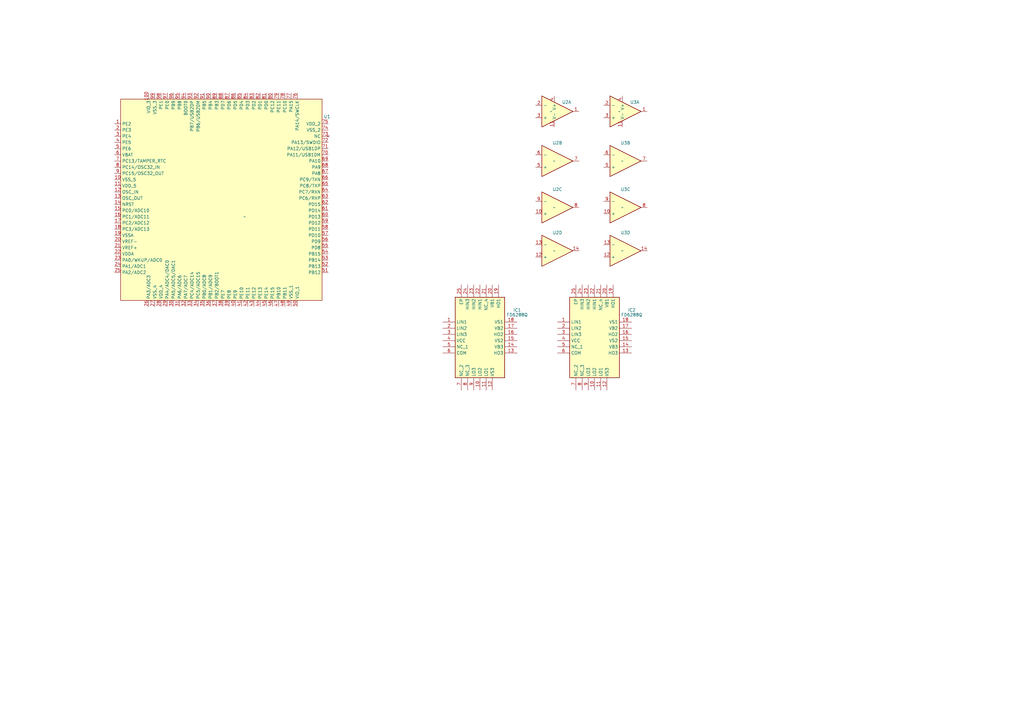
<source format=kicad_sch>
(kicad_sch (version 20230121) (generator eeschema)
  (paper "A3")
  (lib_symbols
    (symbol "ErBW_s:CH32V307VCT6"
      (property "Reference" "U" (at -36.83 43.18 0))
      (symbol "CH32V307VCT6_0_0"
        (pin bidirectional line (at -40.64 8.89 0) (length 2.54) (name "VSS_5") (number "10"))
        (pin bidirectional line (at -26.67 44.45 270) (length 2.54) (name "VIO_3") (number "100"))
        (pin bidirectional line (at -40.64 6.35 0) (length 2.54) (name "VDD_5") (number "11"))
        (pin bidirectional line (at -40.64 3.81 0) (length 2.54) (name "OSC_IN") (number "12"))
        (pin bidirectional line (at -40.64 1.27 0) (length 2.54) (name "OSC_OUT") (number "13"))
        (pin bidirectional line (at -40.64 -1.27 0) (length 2.54) (name "NRST") (number "14"))
        (pin bidirectional line (at -40.64 -3.81 0) (length 2.54) (name "PC0/ADC10") (number "15"))
        (pin power_in line (at -40.64 -6.35 0) (length 2.54) (name "PC1/ADC11") (number "16"))
        (pin power_in line (at -40.64 -8.89 0) (length 2.54) (name "PC2/ADC12") (number "17"))
        (pin bidirectional line (at -40.64 -11.43 0) (length 2.54) (name "PC3/ADC13") (number "18"))
        (pin bidirectional line (at -40.64 -13.97 0) (length 2.54) (name "VSSA") (number "19"))
        (pin bidirectional line (at -40.64 29.21 0) (length 2.54) (name "PE3") (number "2"))
        (pin bidirectional line (at -40.64 -16.51 0) (length 2.54) (name "VREF-") (number "20"))
        (pin bidirectional line (at -40.64 -19.05 0) (length 2.54) (name "VREF+") (number "21"))
        (pin bidirectional line (at -40.64 -21.59 0) (length 2.54) (name "VDDA") (number "22"))
        (pin bidirectional line (at -40.64 -24.13 0) (length 2.54) (name "PA0/WKUP/ADC0") (number "23"))
        (pin bidirectional line (at -40.64 -26.67 0) (length 2.54) (name "PA1/ADC1") (number "24"))
        (pin bidirectional line (at -40.64 -29.21 0) (length 2.54) (name "PA2/ADC2") (number "25"))
        (pin bidirectional line (at -26.67 -43.18 90) (length 2.54) (name "PA3/ADC3") (number "26"))
        (pin bidirectional line (at -24.13 -43.18 90) (length 2.54) (name "VSS_4") (number "27"))
        (pin bidirectional line (at -21.59 -43.18 90) (length 2.54) (name "VDD_4") (number "28"))
        (pin bidirectional line (at -19.05 -43.18 90) (length 2.54) (name "PA4/ADC4/DAC0") (number "29"))
        (pin bidirectional line (at -40.64 26.67 0) (length 2.54) (name "PE4") (number "3"))
        (pin bidirectional line (at -16.51 -43.18 90) (length 2.54) (name "PA5/ADC5/DAC1") (number "30"))
        (pin power_in line (at -13.97 -43.18 90) (length 2.54) (name "PA6/ADC6") (number "31"))
        (pin power_in line (at -11.43 -43.18 90) (length 2.54) (name "PA7/ADC7") (number "32"))
        (pin power_in line (at -8.89 -43.18 90) (length 2.54) (name "PC4/ADC14") (number "33"))
        (pin bidirectional line (at -6.35 -43.18 90) (length 2.54) (name "PC5/ADC15") (number "34"))
        (pin bidirectional line (at -3.81 -43.18 90) (length 2.54) (name "PB0/ADC8") (number "35"))
        (pin bidirectional line (at -1.27 -43.18 90) (length 2.54) (name "PB1/ADC9") (number "36"))
        (pin bidirectional line (at 1.27 -43.18 90) (length 2.54) (name "PB2/BOOT1") (number "37"))
        (pin power_in line (at 3.81 -43.18 90) (length 2.54) (name "PE7") (number "38"))
        (pin power_in line (at 6.35 -43.18 90) (length 2.54) (name "PE8") (number "39"))
        (pin bidirectional line (at -40.64 24.13 0) (length 2.54) (name "PE5") (number "4"))
        (pin bidirectional line (at 8.89 -43.18 90) (length 2.54) (name "PE9") (number "40"))
        (pin bidirectional line (at 11.43 -43.18 90) (length 2.54) (name "PE10") (number "41"))
        (pin bidirectional line (at 13.97 -43.18 90) (length 2.54) (name "PE11") (number "42"))
        (pin bidirectional line (at 16.51 -43.18 90) (length 2.54) (name "PE12") (number "43"))
        (pin bidirectional line (at 19.05 -43.18 90) (length 2.54) (name "PE13") (number "44"))
        (pin bidirectional line (at 21.59 -43.18 90) (length 2.54) (name "PE14") (number "45"))
        (pin bidirectional line (at 24.13 -43.18 90) (length 2.54) (name "PE15") (number "46"))
        (pin bidirectional line (at 26.67 -43.18 90) (length 2.54) (name "PB10") (number "47"))
        (pin bidirectional line (at 29.21 -43.18 90) (length 2.54) (name "PB11") (number "48"))
        (pin bidirectional line (at 31.75 -43.18 90) (length 2.54) (name "VSS_1") (number "49"))
        (pin bidirectional line (at -40.64 21.59 0) (length 2.54) (name "PE6") (number "5"))
        (pin bidirectional line (at 34.29 -43.18 90) (length 2.54) (name "VIO_1") (number "50"))
        (pin power_in line (at 46.99 -29.21 180) (length 2.54) (name "PB12") (number "51"))
        (pin power_in line (at 46.99 -26.67 180) (length 2.54) (name "PB13") (number "52"))
        (pin bidirectional line (at 46.99 -24.13 180) (length 2.54) (name "PB14") (number "53"))
        (pin bidirectional line (at 46.99 -21.59 180) (length 2.54) (name "PB15") (number "54"))
        (pin bidirectional line (at 46.99 -19.05 180) (length 2.54) (name "PD8") (number "55"))
        (pin bidirectional line (at 46.99 -16.51 180) (length 2.54) (name "PD9") (number "56"))
        (pin bidirectional line (at 46.99 -13.97 180) (length 2.54) (name "PD10") (number "57"))
        (pin bidirectional line (at 46.99 -11.43 180) (length 2.54) (name "PD11") (number "58"))
        (pin bidirectional line (at 46.99 -8.89 180) (length 2.54) (name "PD12") (number "59"))
        (pin power_in line (at -40.64 19.05 0) (length 2.54) (name "VBAT") (number "6"))
        (pin bidirectional line (at 46.99 -6.35 180) (length 2.54) (name "PD13") (number "60"))
        (pin power_in line (at 46.99 -3.81 180) (length 2.54) (name "PD14") (number "61"))
        (pin power_in line (at 46.99 -1.27 180) (length 2.54) (name "PD15") (number "62"))
        (pin bidirectional line (at 46.99 1.27 180) (length 2.54) (name "PC6/RXP") (number "63"))
        (pin bidirectional line (at 46.99 3.81 180) (length 2.54) (name "PC7/RXN") (number "64"))
        (pin bidirectional line (at 46.99 6.35 180) (length 2.54) (name "PC8/TXP") (number "65"))
        (pin bidirectional line (at 46.99 8.89 180) (length 2.54) (name "PC9/TXN") (number "66"))
        (pin bidirectional line (at 46.99 11.43 180) (length 2.54) (name "PA8") (number "67"))
        (pin bidirectional line (at 46.99 13.97 180) (length 2.54) (name "PA9") (number "68"))
        (pin bidirectional line (at 46.99 16.51 180) (length 2.54) (name "PA10") (number "69"))
        (pin bidirectional line (at -40.64 16.51 0) (length 2.54) (name "PC13/TAMPER_RTC") (number "7"))
        (pin bidirectional line (at 46.99 19.05 180) (length 2.54) (name "PA11/USB1DM") (number "70"))
        (pin power_in line (at 46.99 21.59 180) (length 2.54) (name "PA12/USB1DP") (number "71"))
        (pin power_in line (at 46.99 24.13 180) (length 2.54) (name "PA13/SWDIO") (number "72"))
        (pin no_connect line (at 46.99 26.67 180) (length 2.54) (name "NC") (number "73"))
        (pin bidirectional line (at 46.99 29.21 180) (length 2.54) (name "VSS_2") (number "74"))
        (pin bidirectional line (at 46.99 31.75 180) (length 2.54) (name "VDD_2") (number "75"))
        (pin bidirectional line (at 34.29 44.45 270) (length 2.54) (name "PA14/SWCLK") (number "76"))
        (pin bidirectional line (at 31.75 44.45 270) (length 2.54) (name "PA15") (number "77"))
        (pin bidirectional line (at 29.21 44.45 270) (length 2.54) (name "PC10") (number "78"))
        (pin bidirectional line (at 26.67 44.45 270) (length 2.54) (name "PC11") (number "79"))
        (pin bidirectional line (at -40.64 13.97 0) (length 2.54) (name "PC14/OSC32_IN") (number "8"))
        (pin bidirectional line (at 24.13 44.45 270) (length 2.54) (name "PC12") (number "80"))
        (pin bidirectional line (at 21.59 44.45 270) (length 2.54) (name "PD0") (number "81"))
        (pin bidirectional line (at 19.05 44.45 270) (length 2.54) (name "PD1") (number "82"))
        (pin power_in line (at 16.51 44.45 270) (length 2.54) (name "PD2") (number "83"))
        (pin power_in line (at 13.97 44.45 270) (length 2.54) (name "PD3") (number "84"))
        (pin bidirectional line (at 11.43 44.45 270) (length 2.54) (name "PD4") (number "85"))
        (pin bidirectional line (at 8.89 44.45 270) (length 2.54) (name "PD5") (number "86"))
        (pin bidirectional line (at 6.35 44.45 270) (length 2.54) (name "PD6") (number "87"))
        (pin bidirectional line (at 3.81 44.45 270) (length 2.54) (name "PD7") (number "88"))
        (pin bidirectional line (at 1.27 44.45 270) (length 2.54) (name "PB3") (number "89"))
        (pin bidirectional line (at -40.64 11.43 0) (length 2.54) (name "PC15/OSC32_OUT") (number "9"))
        (pin bidirectional line (at -1.27 44.45 270) (length 2.54) (name "PB4") (number "90"))
        (pin bidirectional line (at -3.81 44.45 270) (length 2.54) (name "PB5") (number "91"))
        (pin bidirectional line (at -6.35 44.45 270) (length 2.54) (name "PB6/USB2DM") (number "92"))
        (pin bidirectional line (at -8.89 44.45 270) (length 2.54) (name "PB7/USB2DP") (number "93"))
        (pin power_in line (at -11.43 44.45 270) (length 2.54) (name "BOOT0") (number "94"))
        (pin power_in line (at -13.97 44.45 270) (length 2.54) (name "PB8") (number "95"))
        (pin bidirectional line (at -16.51 44.45 270) (length 2.54) (name "PB9") (number "96"))
        (pin bidirectional line (at -19.05 44.45 270) (length 2.54) (name "PE0") (number "97"))
        (pin bidirectional line (at -21.59 44.45 270) (length 2.54) (name "PE1") (number "98"))
        (pin bidirectional line (at -24.13 44.45 270) (length 2.54) (name "VSS_3") (number "99"))
      )
      (symbol "CH32V307VCT6_0_1"
        (rectangle (start -38.1 41.91) (end 44.45 -40.64) (stroke (width 0.2)) (fill (type background)))
      )
      (symbol "CH32V307VCT6_1_1"
        (pin bidirectional line (at -40.64 31.75 0) (length 2.54) (name "PE2") (number "1"))
      )
    )
    (symbol "ErBW_s:FD6288Q"
      (property "Reference" "IC" (at 26.67 15.24 0))
      (property "Value" "FD6288Q" (at 26.67 12.7 0))
      (symbol "FD6288Q_1_1"
        (rectangle (start 5.08 10.16) (end 25.4 -22.86) (stroke (width 0.254)) (fill (type background)))
        (pin passive line (at 0 0 0) (length 5.08) (name "LIN1") (number "1"))
        (pin passive line (at 15.24 -27.94 90) (length 5.08) (name "LO2") (number "10"))
        (pin passive line (at 17.78 -27.94 90) (length 5.08) (name "LO1") (number "11"))
        (pin passive line (at 20.32 -27.94 90) (length 5.08) (name "VS3") (number "12"))
        (pin passive line (at 30.48 -12.7 180) (length 5.08) (name "HO3") (number "13"))
        (pin passive line (at 30.48 -10.16 180) (length 5.08) (name "VB3") (number "14"))
        (pin passive line (at 30.48 -7.62 180) (length 5.08) (name "VS2") (number "15"))
        (pin passive line (at 30.48 -5.08 180) (length 5.08) (name "HO2") (number "16"))
        (pin passive line (at 30.48 -2.54 180) (length 5.08) (name "VB2") (number "17"))
        (pin passive line (at 30.48 0 180) (length 5.08) (name "VS1") (number "18"))
        (pin passive line (at 22.86 15.24 270) (length 5.08) (name "HO1") (number "19"))
        (pin passive line (at 0 -2.54 0) (length 5.08) (name "LIN2") (number "2"))
        (pin passive line (at 20.32 15.24 270) (length 5.08) (name "VB1") (number "20"))
        (pin passive line (at 17.78 15.24 270) (length 5.08) (name "NC_4") (number "21"))
        (pin passive line (at 15.24 15.24 270) (length 5.08) (name "HIN1") (number "22"))
        (pin passive line (at 12.7 15.24 270) (length 5.08) (name "HIN2") (number "23"))
        (pin passive line (at 10.16 15.24 270) (length 5.08) (name "HIN3") (number "24"))
        (pin passive line (at 7.62 15.24 270) (length 5.08) (name "EP") (number "25"))
        (pin passive line (at 0 -5.08 0) (length 5.08) (name "LIN3") (number "3"))
        (pin passive line (at 0 -7.62 0) (length 5.08) (name "VCC") (number "4"))
        (pin passive line (at 0 -10.16 0) (length 5.08) (name "NC_1") (number "5"))
        (pin passive line (at 0 -12.7 0) (length 5.08) (name "COM") (number "6"))
        (pin passive line (at 7.62 -27.94 90) (length 5.08) (name "NC_2") (number "7"))
        (pin passive line (at 10.16 -27.94 90) (length 5.08) (name "NC_3") (number "8"))
        (pin passive line (at 12.7 -27.94 90) (length 5.08) (name "LO3") (number "9"))
      )
    )
    (symbol "ErBW_s:OPA4377AIPWR"
      (property "Reference" "U" (at -6.35 6.35 0))
      (symbol "OPA4377AIPWR_1_1"
        (polyline (pts (xy -3.81 6.35) (xy 8.89 0) (xy -3.81 -6.35) (xy -3.81 6.35)) (stroke (width 0.254)) (fill (type background)))
        (pin output line (at 11.43 0 180) (length 2.54) (name "~") (number "1"))
        (pin input line (at 1.27 -6.35 90) (length 2.54) (name "V-") (number "11"))
        (pin input line (at -6.35 2.54 0) (length 2.54) (name "-") (number "2"))
        (pin input line (at -6.35 -2.54 0) (length 2.54) (name "+") (number "3"))
        (pin input line (at 1.27 6.35 270) (length 2.54) (name "V+") (number "4"))
      )
      (symbol "OPA4377AIPWR_2_1"
        (polyline (pts (xy -5.08 6.35) (xy 7.62 0) (xy -5.08 -6.35) (xy -5.08 6.35)) (stroke (width 0.254)) (fill (type background)))
        (pin input line (at -7.62 -2.54 0) (length 2.54) (name "+") (number "5"))
        (pin input line (at -7.62 2.54 0) (length 2.54) (name "-") (number "6"))
        (pin output line (at 10.16 0 180) (length 2.54) (name "~") (number "7"))
      )
      (symbol "OPA4377AIPWR_3_1"
        (polyline (pts (xy -5.08 6.35) (xy 7.62 0) (xy -5.08 -6.35) (xy -5.08 6.35)) (stroke (width 0.254)) (fill (type background)))
        (pin input line (at -7.62 -2.54 0) (length 2.54) (name "+") (number "10"))
        (pin output line (at 10.16 0 180) (length 2.54) (name "~") (number "8"))
        (pin input line (at -7.62 2.54 0) (length 2.54) (name "-") (number "9"))
      )
      (symbol "OPA4377AIPWR_4_1"
        (polyline (pts (xy -5.08 6.35) (xy 7.62 0) (xy -5.08 -6.35) (xy -5.08 6.35)) (stroke (width 0.254)) (fill (type background)))
        (pin input line (at -7.62 -2.54 0) (length 2.54) (name "+") (number "12"))
        (pin input line (at -7.62 2.54 0) (length 2.54) (name "-") (number "13"))
        (pin output line (at 10.16 0 180) (length 2.54) (name "~") (number "14"))
      )
    )
  )
  (symbol (lib_id "ErBW_s:FD6288Q") (at 228.6 132.08 0) (unit 1)
    (property "Reference" "IC2" (at 259.097 127.1903 0))
    (property "Value" "FD6288Q" (at 259.097 129.1113 0))
    (property "Footprint" "Package_DFN_QFN:QFN-24-1EP_4x4mm_P0.5mm_EP2.7x2.7mm" (effects hide))
    (property "Datasheet" "https://datasheet.lcsc.com/szlcsc/1811131655_Fortior-Tech-FD6288Q_C328453.pdf" (effects hide))
    (property "Height" "0.9" (effects hide))
    (property "Manufacturer_Name" "Fortior Tech" (effects hide))
    (property "Manufacturer_Part_Number" "FD6288Q" (effects hide))
  )
  (symbol (lib_id "ErBW_s:OPA4377AIPWR") (at 255.27 66.04 0) (unit 2)
    (property "Reference" "U3" (at 256.54 58.6011 0))
    (property "Value" "~" (at 255.27 66.04 0))
    (property "Footprint" "Package_SO:TSSOP-14_4.4x5mm_P0.65mm" (effects hide))
  )
  (symbol (lib_id "ErBW_s:FD6288Q") (at 181.61 132.08 0) (unit 1)
    (property "Reference" "IC1" (at 212.107 127.1903 0))
    (property "Value" "FD6288Q" (at 212.107 129.1113 0))
    (property "Footprint" "Package_DFN_QFN:QFN-24-1EP_4x4mm_P0.5mm_EP2.7x2.7mm" (effects hide))
    (property "Datasheet" "https://datasheet.lcsc.com/szlcsc/1811131655_Fortior-Tech-FD6288Q_C328453.pdf" (effects hide))
    (property "Height" "0.9" (effects hide))
    (property "Manufacturer_Name" "Fortior Tech" (effects hide))
    (property "Manufacturer_Part_Number" "FD6288Q" (effects hide))
  )
  (symbol (lib_id "ErBW_s:CH32V307VCT6") (at 87.63 82.55 0) (unit 1)
    (property "Reference" "U1" (at 134.1565 47.8313 0))
    (property "Value" "~" (at 100.33 88.9 0))
    (property "Footprint" "Package_QFP:LQFP-100_14x14mm_P0.5mm" (effects hide))
  )
  (symbol (lib_id "ErBW_s:OPA4377AIPWR") (at 227.33 85.09 0) (unit 3)
    (property "Reference" "U2" (at 228.6 77.6511 0))
    (property "Value" "~" (at 227.33 85.09 0))
    (property "Footprint" "Package_SO:TSSOP-14_4.4x5mm_P0.65mm" (effects hide))
  )
  (symbol (lib_id "ErBW_s:OPA4377AIPWR") (at 227.33 102.87 0) (unit 4)
    (property "Reference" "U2" (at 228.6 95.4311 0))
    (property "Value" "~" (at 227.33 102.87 0))
    (property "Footprint" "Package_SO:TSSOP-14_4.4x5mm_P0.65mm" (effects hide))
  )
  (symbol (lib_id "ErBW_s:OPA4377AIPWR") (at 227.33 66.04 0) (unit 2)
    (property "Reference" "U2" (at 228.6 58.6011 0))
    (property "Value" "~" (at 227.33 66.04 0))
    (property "Footprint" "Package_SO:TSSOP-14_4.4x5mm_P0.65mm" (effects hide))
  )
  (symbol (lib_id "ErBW_s:OPA4377AIPWR") (at 255.27 102.87 0) (unit 4)
    (property "Reference" "U3" (at 256.54 95.4311 0))
    (property "Value" "~" (at 255.27 102.87 0))
    (property "Footprint" "Package_SO:TSSOP-14_4.4x5mm_P0.65mm" (effects hide))
  )
  (symbol (lib_id "ErBW_s:OPA4377AIPWR") (at 255.27 85.09 0) (unit 3)
    (property "Reference" "U3" (at 256.54 77.6511 0))
    (property "Value" "~" (at 255.27 85.09 0))
    (property "Footprint" "Package_SO:TSSOP-14_4.4x5mm_P0.65mm" (effects hide))
  )
  (symbol (lib_id "ErBW_s:OPA4377AIPWR") (at 226.06 45.72 0) (unit 1)
    (property "Reference" "U2" (at 232.41 41.91 0))
    (property "Value" "~" (at 226.06 45.72 0))
    (property "Footprint" "Package_SO:TSSOP-14_4.4x5mm_P0.65mm" (effects hide))
  )
  (symbol (lib_id "ErBW_s:OPA4377AIPWR") (at 254 45.72 0) (unit 1)
    (property "Reference" "U3" (at 260.35 41.91 0))
    (property "Value" "~" (at 254 45.72 0))
    (property "Footprint" "Package_SO:TSSOP-14_4.4x5mm_P0.65mm" (effects hide))
  )
)
</source>
